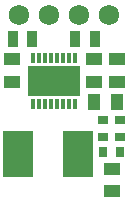
<source format=gbr>
%TF.GenerationSoftware,KiCad,Pcbnew,(6.0.1)*%
%TF.CreationDate,2022-04-12T17:00:16-07:00*%
%TF.ProjectId,regulator_v3,72656775-6c61-4746-9f72-5f76332e6b69,rev?*%
%TF.SameCoordinates,Original*%
%TF.FileFunction,Soldermask,Top*%
%TF.FilePolarity,Negative*%
%FSLAX46Y46*%
G04 Gerber Fmt 4.6, Leading zero omitted, Abs format (unit mm)*
G04 Created by KiCad (PCBNEW (6.0.1)) date 2022-04-12 17:00:16*
%MOMM*%
%LPD*%
G01*
G04 APERTURE LIST*
%ADD10R,1.450000X1.000000*%
%ADD11R,2.500000X4.000000*%
%ADD12C,1.725000*%
%ADD13R,0.940000X0.750000*%
%ADD14R,0.300000X0.850000*%
%ADD15R,4.440000X2.540000*%
%ADD16R,0.970000X1.470000*%
%ADD17R,1.000000X1.450000*%
%ADD18R,0.750000X0.940000*%
G04 APERTURE END LIST*
D10*
%TO.C,R1*%
X133731000Y-48453000D03*
X133731000Y-50353000D03*
%TD*%
D11*
%TO.C,L1*%
X139329000Y-56451500D03*
X134229000Y-56451500D03*
%TD*%
D10*
%TO.C,R2*%
X142176500Y-57724000D03*
X142176500Y-59624000D03*
%TD*%
D12*
%TO.C,J1*%
X134366000Y-44704000D03*
X136906000Y-44704000D03*
X139446000Y-44704000D03*
X141986000Y-44704000D03*
%TD*%
D13*
%TO.C,C4*%
X142875000Y-54992500D03*
X142875000Y-53592500D03*
%TD*%
D10*
%TO.C,R3*%
X140716000Y-48453000D03*
X140716000Y-50353000D03*
%TD*%
D13*
%TO.C,C2*%
X141478000Y-54992500D03*
X141478000Y-53592500D03*
%TD*%
D14*
%TO.C,IC1*%
X139037000Y-48342000D03*
X138537000Y-48342000D03*
X138037000Y-48342000D03*
X137537000Y-48342000D03*
X137037000Y-48342000D03*
X136537000Y-48342000D03*
X136037000Y-48342000D03*
X135537000Y-48342000D03*
X135537000Y-52242000D03*
X136037000Y-52242000D03*
X136537000Y-52242000D03*
X137037000Y-52242000D03*
X137537000Y-52242000D03*
X138037000Y-52242000D03*
X138537000Y-52242000D03*
X139037000Y-52242000D03*
D15*
X137287000Y-50292000D03*
%TD*%
D10*
%TO.C,R5*%
X142621000Y-48453000D03*
X142621000Y-50353000D03*
%TD*%
D16*
%TO.C,C1*%
X135450000Y-46736000D03*
X133790000Y-46736000D03*
%TD*%
%TO.C,C5*%
X140720500Y-46736000D03*
X139060500Y-46736000D03*
%TD*%
D17*
%TO.C,R4*%
X140718500Y-52070000D03*
X142618500Y-52070000D03*
%TD*%
D18*
%TO.C,C3*%
X141476500Y-56261000D03*
X142876500Y-56261000D03*
%TD*%
M02*

</source>
